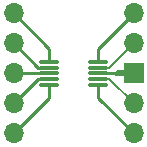
<source format=gbr>
%TF.GenerationSoftware,KiCad,Pcbnew,(6.0.1)*%
%TF.CreationDate,2022-04-14T01:05:28-05:00*%
%TF.ProjectId,DRV2605LDGSR,44525632-3630-4354-9c44-4753522e6b69,rev?*%
%TF.SameCoordinates,Original*%
%TF.FileFunction,Copper,L1,Top*%
%TF.FilePolarity,Positive*%
%FSLAX46Y46*%
G04 Gerber Fmt 4.6, Leading zero omitted, Abs format (unit mm)*
G04 Created by KiCad (PCBNEW (6.0.1)) date 2022-04-14 01:05:28*
%MOMM*%
%LPD*%
G01*
G04 APERTURE LIST*
%TA.AperFunction,ComponentPad*%
%ADD10O,1.700000X1.700000*%
%TD*%
%TA.AperFunction,ComponentPad*%
%ADD11R,1.700000X1.700000*%
%TD*%
%TA.AperFunction,SMDPad,CuDef*%
%ADD12O,1.699999X0.299999*%
%TD*%
%TA.AperFunction,Conductor*%
%ADD13C,0.250000*%
%TD*%
%TA.AperFunction,Conductor*%
%ADD14C,0.200000*%
%TD*%
G04 APERTURE END LIST*
D10*
%TO.P,J2,1,Pin_1*%
%TO.N,/VDD*%
X154940000Y-58420000D03*
%TO.P,J2,2,Pin_2*%
%TO.N,/OUT-*%
X154940000Y-60960000D03*
D11*
%TO.P,J2,3,Pin_3*%
%TO.N,GND*%
X154940000Y-63500000D03*
D10*
%TO.P,J2,4,Pin_4*%
%TO.N,/OUT+*%
X154940000Y-66040000D03*
%TO.P,J2,5,Pin_5*%
%TO.N,/VDD_NC*%
X154940000Y-68580000D03*
%TD*%
%TO.P,J1,5,Pin_5*%
%TO.N,/EN*%
X144780000Y-68580000D03*
%TO.P,J1,4,Pin_4*%
%TO.N,/IN_TRIG*%
X144780000Y-66040000D03*
%TO.P,J1,3,Pin_3*%
%TO.N,/SDA*%
X144780000Y-63500000D03*
%TO.P,J1,2,Pin_2*%
%TO.N,/SCL*%
X144780000Y-60960000D03*
%TO.P,J1,1,Pin_1*%
%TO.N,/REG*%
X144780000Y-58420000D03*
%TD*%
D12*
%TO.P,U1,10,VDD*%
%TO.N,/VDD*%
X151910001Y-62499999D03*
%TO.P,U1,9,OUT-*%
%TO.N,/OUT-*%
X151910001Y-62999998D03*
%TO.P,U1,8,GND*%
%TO.N,GND*%
X151910001Y-63500000D03*
%TO.P,U1,7,OUT+*%
%TO.N,/OUT+*%
X151910001Y-63999999D03*
%TO.P,U1,6,VDD_NC*%
%TO.N,/VDD_NC*%
X151910001Y-64500001D03*
%TO.P,U1,5,EN*%
%TO.N,/EN*%
X147810002Y-64500001D03*
%TO.P,U1,4,IN_TRIG*%
%TO.N,/IN_TRIG*%
X147810002Y-63999999D03*
%TO.P,U1,3,SDA*%
%TO.N,/SDA*%
X147810002Y-63500000D03*
%TO.P,U1,2,SCL*%
%TO.N,/SCL*%
X147810002Y-62999998D03*
%TO.P,U1,1,REG*%
%TO.N,/REG*%
X147810002Y-62499999D03*
%TD*%
D13*
%TO.N,GND*%
X151910001Y-63500000D02*
X154940000Y-63500000D01*
%TO.N,/VDD*%
X151910001Y-61449999D02*
X154940000Y-58420000D01*
X151910001Y-62499999D02*
X151910001Y-61449999D01*
D14*
%TO.N,/OUT-*%
X152900002Y-62999998D02*
X154940000Y-60960000D01*
X151910001Y-62999998D02*
X152900002Y-62999998D01*
%TO.N,/OUT+*%
X152899999Y-63999999D02*
X154940000Y-66040000D01*
X151910001Y-63999999D02*
X152899999Y-63999999D01*
D13*
%TO.N,/VDD_NC*%
X151910001Y-65550001D02*
X154940000Y-68580000D01*
X151910001Y-64500001D02*
X151910001Y-65550001D01*
%TO.N,/EN*%
X147810002Y-65549998D02*
X144780000Y-68580000D01*
X147810002Y-64500001D02*
X147810002Y-65549998D01*
%TO.N,/REG*%
X147810002Y-62499999D02*
X147810002Y-61450002D01*
X147810002Y-61450002D02*
X144780000Y-58420000D01*
%TO.N,/SCL*%
X146819998Y-62999998D02*
X144780000Y-60960000D01*
X147810002Y-62999998D02*
X146819998Y-62999998D01*
%TO.N,/IN_TRIG*%
X146820001Y-63999999D02*
X144780000Y-66040000D01*
X147810002Y-63999999D02*
X146820001Y-63999999D01*
%TO.N,/SDA*%
X147810002Y-63500000D02*
X144780000Y-63500000D01*
%TD*%
%TA.AperFunction,Conductor*%
%TO.N,GND*%
G36*
X155136121Y-63266002D02*
G01*
X155182614Y-63319658D01*
X155194000Y-63372000D01*
X155194000Y-63628000D01*
X155173998Y-63696121D01*
X155120342Y-63742614D01*
X155068000Y-63754000D01*
X153582001Y-63754000D01*
X153582001Y-63752361D01*
X153534703Y-63752360D01*
X153481108Y-63720559D01*
X153364314Y-63603765D01*
X153353447Y-63591374D01*
X153342191Y-63576705D01*
X153316590Y-63510485D01*
X153330855Y-63440936D01*
X153342191Y-63423296D01*
X153353454Y-63408618D01*
X153364321Y-63396228D01*
X153480371Y-63280178D01*
X153542683Y-63246152D01*
X153582000Y-63246153D01*
X153582000Y-63246000D01*
X155068000Y-63246000D01*
X155136121Y-63266002D01*
G37*
%TD.AperFunction*%
%TD*%
M02*

</source>
